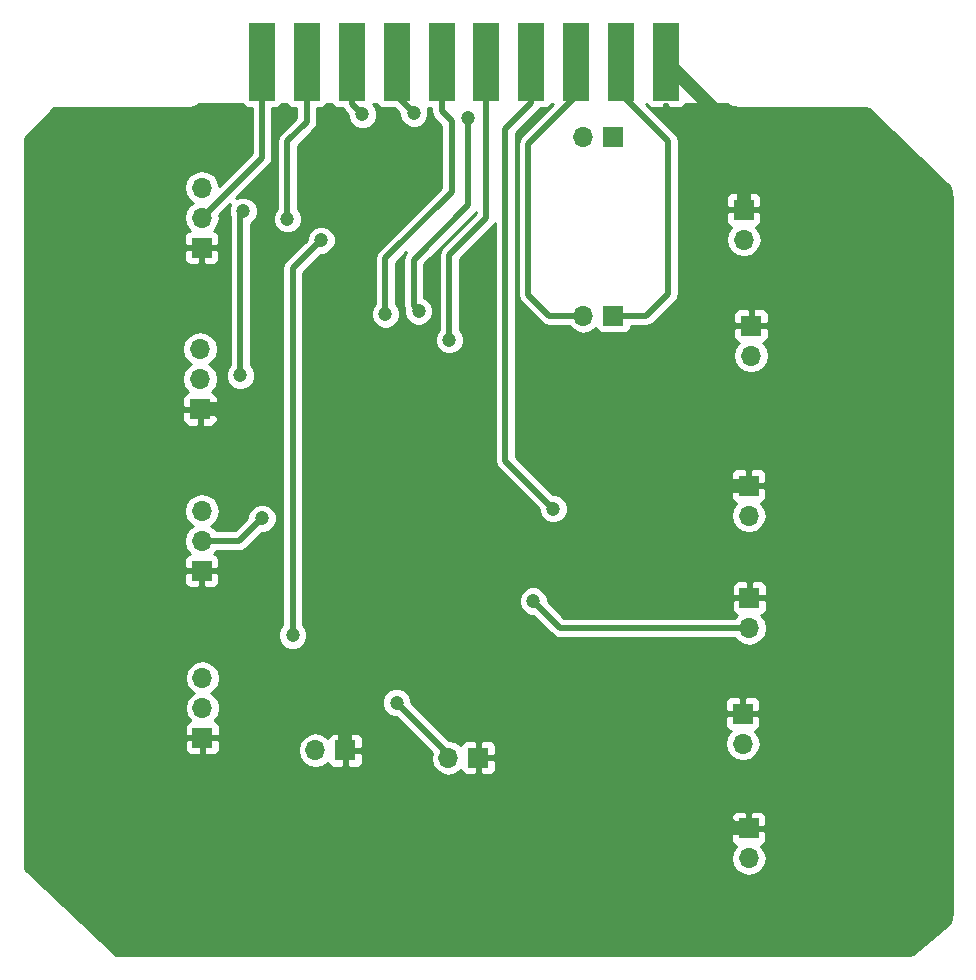
<source format=gbr>
G04 #@! TF.FileFunction,Copper,L2,Bot,Signal*
%FSLAX46Y46*%
G04 Gerber Fmt 4.6, Leading zero omitted, Abs format (unit mm)*
G04 Created by KiCad (PCBNEW 4.0.6) date 06/28/17 12:26:05*
%MOMM*%
%LPD*%
G01*
G04 APERTURE LIST*
%ADD10C,0.100000*%
%ADD11R,2.200000X6.600000*%
%ADD12R,1.700000X1.700000*%
%ADD13O,1.700000X1.700000*%
%ADD14C,1.200000*%
%ADD15C,1.200000*%
%ADD16C,0.500000*%
%ADD17C,0.254000*%
G04 APERTURE END LIST*
D10*
D11*
X135450000Y-91150000D03*
X131650000Y-91150000D03*
X150650000Y-91150000D03*
X146850000Y-91150000D03*
X139250000Y-91150000D03*
X143050000Y-91150000D03*
X158250000Y-91150000D03*
X154450000Y-91150000D03*
X162050000Y-91150000D03*
X165850000Y-91150000D03*
D12*
X138700000Y-149450000D03*
D13*
X136160000Y-149450000D03*
D12*
X173050000Y-113500000D03*
D13*
X173050000Y-116040000D03*
D12*
X161350000Y-97550000D03*
D13*
X158810000Y-97550000D03*
D12*
X161400000Y-112650000D03*
D13*
X158860000Y-112650000D03*
D12*
X172850000Y-127050000D03*
D13*
X172850000Y-129590000D03*
D12*
X172900000Y-136550000D03*
D13*
X172900000Y-139090000D03*
D12*
X172350000Y-146350000D03*
D13*
X172350000Y-148890000D03*
D12*
X172850000Y-156050000D03*
D13*
X172850000Y-158590000D03*
D12*
X149975000Y-150075000D03*
D13*
X147435000Y-150075000D03*
D12*
X126600000Y-148400000D03*
D13*
X126600000Y-145860000D03*
X126600000Y-143320000D03*
D12*
X126550000Y-134250000D03*
D13*
X126550000Y-131710000D03*
X126550000Y-129170000D03*
D12*
X126400000Y-120550000D03*
D13*
X126400000Y-118010000D03*
X126400000Y-115470000D03*
D12*
X126550000Y-106900000D03*
D13*
X126550000Y-104360000D03*
X126550000Y-101820000D03*
D12*
X172425000Y-103675000D03*
D13*
X172425000Y-106215000D03*
D14*
X176450000Y-97650000D03*
X169700000Y-114500000D03*
X168000000Y-124000000D03*
X168600000Y-144000000D03*
X169050000Y-153600000D03*
X153450000Y-146250000D03*
X139200000Y-145950000D03*
X127300000Y-110500000D03*
X129400000Y-122050000D03*
X130800000Y-147500000D03*
X130550000Y-135100000D03*
X156300000Y-129000000D03*
X154600000Y-136800000D03*
X147500000Y-114700000D03*
X149100000Y-95950000D03*
X144900000Y-112250000D03*
X143050000Y-145400000D03*
X142100000Y-112500000D03*
X144500000Y-95500000D03*
X140150000Y-95600000D03*
X136650000Y-106250000D03*
X134250000Y-139700000D03*
X131650000Y-129800000D03*
X133800000Y-104450000D03*
X129800000Y-117700000D03*
X130050000Y-103800000D03*
D15*
X172425000Y-98350000D02*
X175750000Y-98350000D01*
X175750000Y-98350000D02*
X176450000Y-97650000D01*
X172850000Y-127050000D02*
X171050000Y-127050000D01*
X171050000Y-127050000D02*
X168000000Y-124000000D01*
X172850000Y-156050000D02*
X171500000Y-156050000D01*
X171500000Y-156050000D02*
X169050000Y-153600000D01*
X153500000Y-146300000D02*
X153550000Y-146300000D01*
X153450000Y-146250000D02*
X153500000Y-146300000D01*
X138700000Y-149450000D02*
X138700000Y-146450000D01*
X138700000Y-146450000D02*
X139200000Y-145950000D01*
X126400000Y-120550000D02*
X127900000Y-120550000D01*
X127900000Y-120550000D02*
X129400000Y-122050000D01*
X172425000Y-103675000D02*
X172425000Y-98350000D01*
X172425000Y-98350000D02*
X172425000Y-97725000D01*
X172425000Y-97725000D02*
X165850000Y-91150000D01*
D16*
X165850000Y-91150000D02*
X165850000Y-92400000D01*
X158250000Y-91150000D02*
X158250000Y-94050000D01*
X158250000Y-94050000D02*
X154200000Y-98100000D01*
X154200000Y-98100000D02*
X154200000Y-110900000D01*
X154200000Y-110900000D02*
X155950000Y-112650000D01*
X155950000Y-112650000D02*
X158860000Y-112650000D01*
X162050000Y-91150000D02*
X162050000Y-93900000D01*
X162050000Y-93900000D02*
X166050000Y-97900000D01*
X166050000Y-97900000D02*
X166050000Y-110800000D01*
X166050000Y-110800000D02*
X164200000Y-112650000D01*
X164200000Y-112650000D02*
X161400000Y-112650000D01*
X154450000Y-91150000D02*
X154450000Y-94650000D01*
X152250000Y-124950000D02*
X156300000Y-129000000D01*
X152250000Y-96850000D02*
X152250000Y-124950000D01*
X154450000Y-94650000D02*
X152250000Y-96850000D01*
X156890000Y-139090000D02*
X172900000Y-139090000D01*
X154600000Y-136800000D02*
X156890000Y-139090000D01*
X150650000Y-91150000D02*
X150650000Y-104350000D01*
X147500000Y-107500000D02*
X147500000Y-114700000D01*
X150650000Y-104350000D02*
X147500000Y-107500000D01*
X149100000Y-103300000D02*
X149100000Y-95950000D01*
X144500000Y-107900000D02*
X149100000Y-103300000D01*
X144500000Y-111850000D02*
X144500000Y-107900000D01*
X144900000Y-112250000D02*
X144500000Y-111850000D01*
X146850000Y-91150000D02*
X146850000Y-95350000D01*
X143050000Y-145400000D02*
X147435000Y-149785000D01*
X142100000Y-107800000D02*
X142100000Y-112500000D01*
X147700000Y-102200000D02*
X142100000Y-107800000D01*
X147700000Y-96200000D02*
X147700000Y-102200000D01*
X146850000Y-95350000D02*
X147700000Y-96200000D01*
X147435000Y-149785000D02*
X147435000Y-150075000D01*
X143050000Y-91150000D02*
X143050000Y-94050000D01*
X143050000Y-94050000D02*
X144500000Y-95500000D01*
X139250000Y-91150000D02*
X139250000Y-94700000D01*
X139250000Y-94700000D02*
X140150000Y-95600000D01*
X136650000Y-106250000D02*
X134250000Y-108650000D01*
X134250000Y-108650000D02*
X134250000Y-139700000D01*
X135450000Y-91150000D02*
X135450000Y-96250000D01*
X129740000Y-131710000D02*
X126550000Y-131710000D01*
X131650000Y-129800000D02*
X129740000Y-131710000D01*
X133800000Y-97900000D02*
X133800000Y-104450000D01*
X135450000Y-96250000D02*
X133800000Y-97900000D01*
X129800000Y-104050000D02*
X129800000Y-117700000D01*
X130050000Y-103800000D02*
X129800000Y-104050000D01*
X131650000Y-91150000D02*
X131650000Y-99260000D01*
X131650000Y-99260000D02*
X126550000Y-104360000D01*
D17*
G36*
X129956132Y-94699760D02*
X130085910Y-94901441D01*
X130298110Y-95046431D01*
X130550000Y-95097440D01*
X130765000Y-95097440D01*
X130765000Y-98893421D01*
X128026651Y-101631769D01*
X127951054Y-101251715D01*
X127629147Y-100769946D01*
X127147378Y-100448039D01*
X126579093Y-100335000D01*
X126520907Y-100335000D01*
X125952622Y-100448039D01*
X125470853Y-100769946D01*
X125148946Y-101251715D01*
X125035907Y-101820000D01*
X125148946Y-102388285D01*
X125470853Y-102870054D01*
X125800026Y-103090000D01*
X125470853Y-103309946D01*
X125148946Y-103791715D01*
X125035907Y-104360000D01*
X125148946Y-104928285D01*
X125470853Y-105410054D01*
X125514777Y-105439403D01*
X125340302Y-105511673D01*
X125161673Y-105690301D01*
X125065000Y-105923690D01*
X125065000Y-106614250D01*
X125223750Y-106773000D01*
X126423000Y-106773000D01*
X126423000Y-106753000D01*
X126677000Y-106753000D01*
X126677000Y-106773000D01*
X127876250Y-106773000D01*
X128035000Y-106614250D01*
X128035000Y-105923690D01*
X127938327Y-105690301D01*
X127759698Y-105511673D01*
X127585223Y-105439403D01*
X127629147Y-105410054D01*
X127951054Y-104928285D01*
X128064093Y-104360000D01*
X128020539Y-104141041D01*
X128962134Y-103199445D01*
X128815215Y-103553266D01*
X128814786Y-104044579D01*
X128915000Y-104287114D01*
X128915000Y-116838426D01*
X128753629Y-116999515D01*
X128565215Y-117453266D01*
X128564786Y-117944579D01*
X128752408Y-118398657D01*
X129099515Y-118746371D01*
X129553266Y-118934785D01*
X130044579Y-118935214D01*
X130498657Y-118747592D01*
X130846371Y-118400485D01*
X131034785Y-117946734D01*
X131035214Y-117455421D01*
X130847592Y-117001343D01*
X130685000Y-116838467D01*
X130685000Y-104873895D01*
X130748657Y-104847592D01*
X131096371Y-104500485D01*
X131284785Y-104046734D01*
X131285214Y-103555421D01*
X131097592Y-103101343D01*
X130750485Y-102753629D01*
X130296734Y-102565215D01*
X129805421Y-102564786D01*
X129449891Y-102711689D01*
X132275787Y-99885792D01*
X132275790Y-99885790D01*
X132467633Y-99598675D01*
X132504416Y-99413757D01*
X132535001Y-99260000D01*
X132535000Y-99259995D01*
X132535000Y-95097440D01*
X132750000Y-95097440D01*
X132985317Y-95053162D01*
X133201441Y-94914090D01*
X133344499Y-94704717D01*
X133759713Y-94705325D01*
X133885910Y-94901441D01*
X134098110Y-95046431D01*
X134350000Y-95097440D01*
X134565000Y-95097440D01*
X134565000Y-95883421D01*
X133174210Y-97274210D01*
X132982367Y-97561325D01*
X132982367Y-97561326D01*
X132914999Y-97900000D01*
X132915000Y-97900005D01*
X132915000Y-103588426D01*
X132753629Y-103749515D01*
X132565215Y-104203266D01*
X132564786Y-104694579D01*
X132752408Y-105148657D01*
X133099515Y-105496371D01*
X133553266Y-105684785D01*
X134044579Y-105685214D01*
X134498657Y-105497592D01*
X134846371Y-105150485D01*
X135034785Y-104696734D01*
X135035214Y-104205421D01*
X134847592Y-103751343D01*
X134685000Y-103588467D01*
X134685000Y-98266580D01*
X136075787Y-96875792D01*
X136075790Y-96875790D01*
X136267633Y-96588675D01*
X136335000Y-96250000D01*
X136335000Y-95097440D01*
X136550000Y-95097440D01*
X136785317Y-95053162D01*
X137001441Y-94914090D01*
X137140704Y-94710271D01*
X137563294Y-94710890D01*
X137685910Y-94901441D01*
X137898110Y-95046431D01*
X138150000Y-95097440D01*
X138471632Y-95097440D01*
X138575751Y-95253266D01*
X138624210Y-95325790D01*
X138914985Y-95616565D01*
X138914786Y-95844579D01*
X139102408Y-96298657D01*
X139449515Y-96646371D01*
X139903266Y-96834785D01*
X140394579Y-96835214D01*
X140848657Y-96647592D01*
X141196371Y-96300485D01*
X141384785Y-95846734D01*
X141385214Y-95355421D01*
X141197592Y-94901343D01*
X141012509Y-94715936D01*
X141366874Y-94716455D01*
X141485910Y-94901441D01*
X141698110Y-95046431D01*
X141950000Y-95097440D01*
X142845860Y-95097440D01*
X143264985Y-95516565D01*
X143264786Y-95744579D01*
X143452408Y-96198657D01*
X143799515Y-96546371D01*
X144253266Y-96734785D01*
X144744579Y-96735214D01*
X145198657Y-96547592D01*
X145546371Y-96200485D01*
X145734785Y-95746734D01*
X145735214Y-95255421D01*
X145662626Y-95079746D01*
X145750000Y-95097440D01*
X145965000Y-95097440D01*
X145965000Y-95349995D01*
X145964999Y-95350000D01*
X146013211Y-95592371D01*
X146032367Y-95688675D01*
X146147728Y-95861326D01*
X146224210Y-95975790D01*
X146815000Y-96566579D01*
X146815000Y-101833421D01*
X141474210Y-107174210D01*
X141282367Y-107461325D01*
X141277615Y-107485214D01*
X141214999Y-107800000D01*
X141215000Y-107800005D01*
X141215000Y-111638426D01*
X141053629Y-111799515D01*
X140865215Y-112253266D01*
X140864786Y-112744579D01*
X141052408Y-113198657D01*
X141399515Y-113546371D01*
X141853266Y-113734785D01*
X142344579Y-113735214D01*
X142798657Y-113547592D01*
X143146371Y-113200485D01*
X143334785Y-112746734D01*
X143335214Y-112255421D01*
X143147592Y-111801343D01*
X142985000Y-111638467D01*
X142985000Y-108166580D01*
X143867847Y-107283732D01*
X143682367Y-107561325D01*
X143682367Y-107561326D01*
X143614999Y-107900000D01*
X143615000Y-107900005D01*
X143615000Y-111849995D01*
X143614999Y-111850000D01*
X143649653Y-112024211D01*
X143665129Y-112102013D01*
X143664786Y-112494579D01*
X143852408Y-112948657D01*
X144199515Y-113296371D01*
X144653266Y-113484785D01*
X145144579Y-113485214D01*
X145598657Y-113297592D01*
X145946371Y-112950485D01*
X146134785Y-112496734D01*
X146135214Y-112005421D01*
X145947592Y-111551343D01*
X145600485Y-111203629D01*
X145385000Y-111114152D01*
X145385000Y-108266580D01*
X149725787Y-103925792D01*
X149725790Y-103925790D01*
X149765000Y-103867108D01*
X149765000Y-103983421D01*
X146874210Y-106874210D01*
X146682367Y-107161325D01*
X146682367Y-107161326D01*
X146614999Y-107500000D01*
X146615000Y-107500005D01*
X146615000Y-113838426D01*
X146453629Y-113999515D01*
X146265215Y-114453266D01*
X146264786Y-114944579D01*
X146452408Y-115398657D01*
X146799515Y-115746371D01*
X147253266Y-115934785D01*
X147744579Y-115935214D01*
X148198657Y-115747592D01*
X148546371Y-115400485D01*
X148734785Y-114946734D01*
X148735214Y-114455421D01*
X148547592Y-114001343D01*
X148385000Y-113838467D01*
X148385000Y-107866580D01*
X151275787Y-104975792D01*
X151275790Y-104975790D01*
X151365000Y-104842277D01*
X151365000Y-124949995D01*
X151364999Y-124950000D01*
X151421190Y-125232484D01*
X151432367Y-125288675D01*
X151617000Y-125565000D01*
X151624210Y-125575790D01*
X155064985Y-129016564D01*
X155064786Y-129244579D01*
X155252408Y-129698657D01*
X155599515Y-130046371D01*
X156053266Y-130234785D01*
X156544579Y-130235214D01*
X156998657Y-130047592D01*
X157346371Y-129700485D01*
X157392248Y-129590000D01*
X171335907Y-129590000D01*
X171448946Y-130158285D01*
X171770853Y-130640054D01*
X172252622Y-130961961D01*
X172820907Y-131075000D01*
X172879093Y-131075000D01*
X173447378Y-130961961D01*
X173929147Y-130640054D01*
X174251054Y-130158285D01*
X174364093Y-129590000D01*
X174251054Y-129021715D01*
X173929147Y-128539946D01*
X173885223Y-128510597D01*
X174059698Y-128438327D01*
X174238327Y-128259699D01*
X174335000Y-128026310D01*
X174335000Y-127335750D01*
X174176250Y-127177000D01*
X172977000Y-127177000D01*
X172977000Y-127197000D01*
X172723000Y-127197000D01*
X172723000Y-127177000D01*
X171523750Y-127177000D01*
X171365000Y-127335750D01*
X171365000Y-128026310D01*
X171461673Y-128259699D01*
X171640302Y-128438327D01*
X171814777Y-128510597D01*
X171770853Y-128539946D01*
X171448946Y-129021715D01*
X171335907Y-129590000D01*
X157392248Y-129590000D01*
X157534785Y-129246734D01*
X157535214Y-128755421D01*
X157347592Y-128301343D01*
X157000485Y-127953629D01*
X156546734Y-127765215D01*
X156316593Y-127765014D01*
X154625270Y-126073690D01*
X171365000Y-126073690D01*
X171365000Y-126764250D01*
X171523750Y-126923000D01*
X172723000Y-126923000D01*
X172723000Y-125723750D01*
X172977000Y-125723750D01*
X172977000Y-126923000D01*
X174176250Y-126923000D01*
X174335000Y-126764250D01*
X174335000Y-126073690D01*
X174238327Y-125840301D01*
X174059698Y-125661673D01*
X173826309Y-125565000D01*
X173135750Y-125565000D01*
X172977000Y-125723750D01*
X172723000Y-125723750D01*
X172564250Y-125565000D01*
X171873691Y-125565000D01*
X171640302Y-125661673D01*
X171461673Y-125840301D01*
X171365000Y-126073690D01*
X154625270Y-126073690D01*
X153135000Y-124583420D01*
X153135000Y-116040000D01*
X171535907Y-116040000D01*
X171648946Y-116608285D01*
X171970853Y-117090054D01*
X172452622Y-117411961D01*
X173020907Y-117525000D01*
X173079093Y-117525000D01*
X173647378Y-117411961D01*
X174129147Y-117090054D01*
X174451054Y-116608285D01*
X174564093Y-116040000D01*
X174451054Y-115471715D01*
X174129147Y-114989946D01*
X174085223Y-114960597D01*
X174259698Y-114888327D01*
X174438327Y-114709699D01*
X174535000Y-114476310D01*
X174535000Y-113785750D01*
X174376250Y-113627000D01*
X173177000Y-113627000D01*
X173177000Y-113647000D01*
X172923000Y-113647000D01*
X172923000Y-113627000D01*
X171723750Y-113627000D01*
X171565000Y-113785750D01*
X171565000Y-114476310D01*
X171661673Y-114709699D01*
X171840302Y-114888327D01*
X172014777Y-114960597D01*
X171970853Y-114989946D01*
X171648946Y-115471715D01*
X171535907Y-116040000D01*
X153135000Y-116040000D01*
X153135000Y-97216580D01*
X155075787Y-95275792D01*
X155075790Y-95275790D01*
X155194959Y-95097440D01*
X155550000Y-95097440D01*
X155785317Y-95053162D01*
X156001441Y-94914090D01*
X156121730Y-94738042D01*
X156310104Y-94738317D01*
X153574210Y-97474210D01*
X153382367Y-97761325D01*
X153382367Y-97761326D01*
X153314999Y-98100000D01*
X153315000Y-98100005D01*
X153315000Y-110899995D01*
X153314999Y-110900000D01*
X153371190Y-111182484D01*
X153382367Y-111238675D01*
X153447337Y-111335910D01*
X153574210Y-111525790D01*
X155324208Y-113275787D01*
X155324210Y-113275790D01*
X155611325Y-113467633D01*
X155667516Y-113478810D01*
X155950000Y-113535001D01*
X155950005Y-113535000D01*
X157680221Y-113535000D01*
X157809946Y-113729147D01*
X158291715Y-114051054D01*
X158860000Y-114164093D01*
X159428285Y-114051054D01*
X159910054Y-113729147D01*
X159937850Y-113687548D01*
X159946838Y-113735317D01*
X160085910Y-113951441D01*
X160298110Y-114096431D01*
X160550000Y-114147440D01*
X162250000Y-114147440D01*
X162485317Y-114103162D01*
X162701441Y-113964090D01*
X162846431Y-113751890D01*
X162890352Y-113535000D01*
X164199995Y-113535000D01*
X164200000Y-113535001D01*
X164482484Y-113478810D01*
X164538675Y-113467633D01*
X164825790Y-113275790D01*
X165577889Y-112523690D01*
X171565000Y-112523690D01*
X171565000Y-113214250D01*
X171723750Y-113373000D01*
X172923000Y-113373000D01*
X172923000Y-112173750D01*
X173177000Y-112173750D01*
X173177000Y-113373000D01*
X174376250Y-113373000D01*
X174535000Y-113214250D01*
X174535000Y-112523690D01*
X174438327Y-112290301D01*
X174259698Y-112111673D01*
X174026309Y-112015000D01*
X173335750Y-112015000D01*
X173177000Y-112173750D01*
X172923000Y-112173750D01*
X172764250Y-112015000D01*
X172073691Y-112015000D01*
X171840302Y-112111673D01*
X171661673Y-112290301D01*
X171565000Y-112523690D01*
X165577889Y-112523690D01*
X166675787Y-111425792D01*
X166675790Y-111425790D01*
X166867633Y-111138675D01*
X166892191Y-111015215D01*
X166935001Y-110800000D01*
X166935000Y-110799995D01*
X166935000Y-106215000D01*
X170910907Y-106215000D01*
X171023946Y-106783285D01*
X171345853Y-107265054D01*
X171827622Y-107586961D01*
X172395907Y-107700000D01*
X172454093Y-107700000D01*
X173022378Y-107586961D01*
X173504147Y-107265054D01*
X173826054Y-106783285D01*
X173939093Y-106215000D01*
X173826054Y-105646715D01*
X173504147Y-105164946D01*
X173460223Y-105135597D01*
X173634698Y-105063327D01*
X173813327Y-104884699D01*
X173910000Y-104651310D01*
X173910000Y-103960750D01*
X173751250Y-103802000D01*
X172552000Y-103802000D01*
X172552000Y-103822000D01*
X172298000Y-103822000D01*
X172298000Y-103802000D01*
X171098750Y-103802000D01*
X170940000Y-103960750D01*
X170940000Y-104651310D01*
X171036673Y-104884699D01*
X171215302Y-105063327D01*
X171389777Y-105135597D01*
X171345853Y-105164946D01*
X171023946Y-105646715D01*
X170910907Y-106215000D01*
X166935000Y-106215000D01*
X166935000Y-102698690D01*
X170940000Y-102698690D01*
X170940000Y-103389250D01*
X171098750Y-103548000D01*
X172298000Y-103548000D01*
X172298000Y-102348750D01*
X172552000Y-102348750D01*
X172552000Y-103548000D01*
X173751250Y-103548000D01*
X173910000Y-103389250D01*
X173910000Y-102698690D01*
X173813327Y-102465301D01*
X173634698Y-102286673D01*
X173401309Y-102190000D01*
X172710750Y-102190000D01*
X172552000Y-102348750D01*
X172298000Y-102348750D01*
X172139250Y-102190000D01*
X171448691Y-102190000D01*
X171215302Y-102286673D01*
X171036673Y-102465301D01*
X170940000Y-102698690D01*
X166935000Y-102698690D01*
X166935000Y-97900005D01*
X166935001Y-97900000D01*
X166867633Y-97561325D01*
X166826657Y-97500000D01*
X166675790Y-97274210D01*
X166675787Y-97274208D01*
X164151370Y-94749790D01*
X164186879Y-94749842D01*
X164211673Y-94809699D01*
X164390302Y-94988327D01*
X164623691Y-95085000D01*
X165564250Y-95085000D01*
X165723000Y-94926250D01*
X165723000Y-94752089D01*
X165977000Y-94752461D01*
X165977000Y-94926250D01*
X166135750Y-95085000D01*
X167076309Y-95085000D01*
X167309698Y-94988327D01*
X167488327Y-94809699D01*
X167511106Y-94754705D01*
X171033150Y-94759858D01*
X171296882Y-94908169D01*
X171296883Y-94908169D01*
X171296884Y-94908170D01*
X171560201Y-94994242D01*
X172065303Y-95054930D01*
X172108000Y-95051646D01*
X172150000Y-95060000D01*
X182771212Y-95060000D01*
X183054383Y-95123631D01*
X189876125Y-101765853D01*
X190040000Y-102711089D01*
X190040000Y-163180069D01*
X189858948Y-164090278D01*
X186802152Y-166715988D01*
X186430069Y-166790000D01*
X119307211Y-166790000D01*
X111608164Y-159503403D01*
X111560000Y-159275722D01*
X111560000Y-158590000D01*
X171335907Y-158590000D01*
X171448946Y-159158285D01*
X171770853Y-159640054D01*
X172252622Y-159961961D01*
X172820907Y-160075000D01*
X172879093Y-160075000D01*
X173447378Y-159961961D01*
X173929147Y-159640054D01*
X174251054Y-159158285D01*
X174364093Y-158590000D01*
X174251054Y-158021715D01*
X173929147Y-157539946D01*
X173885223Y-157510597D01*
X174059698Y-157438327D01*
X174238327Y-157259699D01*
X174335000Y-157026310D01*
X174335000Y-156335750D01*
X174176250Y-156177000D01*
X172977000Y-156177000D01*
X172977000Y-156197000D01*
X172723000Y-156197000D01*
X172723000Y-156177000D01*
X171523750Y-156177000D01*
X171365000Y-156335750D01*
X171365000Y-157026310D01*
X171461673Y-157259699D01*
X171640302Y-157438327D01*
X171814777Y-157510597D01*
X171770853Y-157539946D01*
X171448946Y-158021715D01*
X171335907Y-158590000D01*
X111560000Y-158590000D01*
X111560000Y-155073690D01*
X171365000Y-155073690D01*
X171365000Y-155764250D01*
X171523750Y-155923000D01*
X172723000Y-155923000D01*
X172723000Y-154723750D01*
X172977000Y-154723750D01*
X172977000Y-155923000D01*
X174176250Y-155923000D01*
X174335000Y-155764250D01*
X174335000Y-155073690D01*
X174238327Y-154840301D01*
X174059698Y-154661673D01*
X173826309Y-154565000D01*
X173135750Y-154565000D01*
X172977000Y-154723750D01*
X172723000Y-154723750D01*
X172564250Y-154565000D01*
X171873691Y-154565000D01*
X171640302Y-154661673D01*
X171461673Y-154840301D01*
X171365000Y-155073690D01*
X111560000Y-155073690D01*
X111560000Y-148685750D01*
X125115000Y-148685750D01*
X125115000Y-149376310D01*
X125211673Y-149609699D01*
X125390302Y-149788327D01*
X125623691Y-149885000D01*
X126314250Y-149885000D01*
X126473000Y-149726250D01*
X126473000Y-148527000D01*
X126727000Y-148527000D01*
X126727000Y-149726250D01*
X126885750Y-149885000D01*
X127576309Y-149885000D01*
X127809698Y-149788327D01*
X127988327Y-149609699D01*
X128066527Y-149420907D01*
X134675000Y-149420907D01*
X134675000Y-149479093D01*
X134788039Y-150047378D01*
X135109946Y-150529147D01*
X135591715Y-150851054D01*
X136160000Y-150964093D01*
X136728285Y-150851054D01*
X137210054Y-150529147D01*
X137239403Y-150485223D01*
X137311673Y-150659698D01*
X137490301Y-150838327D01*
X137723690Y-150935000D01*
X138414250Y-150935000D01*
X138573000Y-150776250D01*
X138573000Y-149577000D01*
X138827000Y-149577000D01*
X138827000Y-150776250D01*
X138985750Y-150935000D01*
X139676310Y-150935000D01*
X139909699Y-150838327D01*
X140088327Y-150659698D01*
X140185000Y-150426309D01*
X140185000Y-149735750D01*
X140026250Y-149577000D01*
X138827000Y-149577000D01*
X138573000Y-149577000D01*
X138553000Y-149577000D01*
X138553000Y-149323000D01*
X138573000Y-149323000D01*
X138573000Y-148123750D01*
X138827000Y-148123750D01*
X138827000Y-149323000D01*
X140026250Y-149323000D01*
X140185000Y-149164250D01*
X140185000Y-148473691D01*
X140088327Y-148240302D01*
X139909699Y-148061673D01*
X139676310Y-147965000D01*
X138985750Y-147965000D01*
X138827000Y-148123750D01*
X138573000Y-148123750D01*
X138414250Y-147965000D01*
X137723690Y-147965000D01*
X137490301Y-148061673D01*
X137311673Y-148240302D01*
X137239403Y-148414777D01*
X137210054Y-148370853D01*
X136728285Y-148048946D01*
X136160000Y-147935907D01*
X135591715Y-148048946D01*
X135109946Y-148370853D01*
X134788039Y-148852622D01*
X134675000Y-149420907D01*
X128066527Y-149420907D01*
X128085000Y-149376310D01*
X128085000Y-148685750D01*
X127926250Y-148527000D01*
X126727000Y-148527000D01*
X126473000Y-148527000D01*
X125273750Y-148527000D01*
X125115000Y-148685750D01*
X111560000Y-148685750D01*
X111560000Y-143320000D01*
X125085907Y-143320000D01*
X125198946Y-143888285D01*
X125520853Y-144370054D01*
X125850026Y-144590000D01*
X125520853Y-144809946D01*
X125198946Y-145291715D01*
X125085907Y-145860000D01*
X125198946Y-146428285D01*
X125520853Y-146910054D01*
X125564777Y-146939403D01*
X125390302Y-147011673D01*
X125211673Y-147190301D01*
X125115000Y-147423690D01*
X125115000Y-148114250D01*
X125273750Y-148273000D01*
X126473000Y-148273000D01*
X126473000Y-148253000D01*
X126727000Y-148253000D01*
X126727000Y-148273000D01*
X127926250Y-148273000D01*
X128085000Y-148114250D01*
X128085000Y-147423690D01*
X127988327Y-147190301D01*
X127809698Y-147011673D01*
X127635223Y-146939403D01*
X127679147Y-146910054D01*
X128001054Y-146428285D01*
X128114093Y-145860000D01*
X128071244Y-145644579D01*
X141814786Y-145644579D01*
X142002408Y-146098657D01*
X142349515Y-146446371D01*
X142803266Y-146634785D01*
X143033406Y-146634986D01*
X146032014Y-149633593D01*
X145950000Y-150045907D01*
X145950000Y-150104093D01*
X146063039Y-150672378D01*
X146384946Y-151154147D01*
X146866715Y-151476054D01*
X147435000Y-151589093D01*
X148003285Y-151476054D01*
X148485054Y-151154147D01*
X148514403Y-151110223D01*
X148586673Y-151284698D01*
X148765301Y-151463327D01*
X148998690Y-151560000D01*
X149689250Y-151560000D01*
X149848000Y-151401250D01*
X149848000Y-150202000D01*
X150102000Y-150202000D01*
X150102000Y-151401250D01*
X150260750Y-151560000D01*
X150951310Y-151560000D01*
X151184699Y-151463327D01*
X151363327Y-151284698D01*
X151460000Y-151051309D01*
X151460000Y-150360750D01*
X151301250Y-150202000D01*
X150102000Y-150202000D01*
X149848000Y-150202000D01*
X149828000Y-150202000D01*
X149828000Y-149948000D01*
X149848000Y-149948000D01*
X149848000Y-148748750D01*
X150102000Y-148748750D01*
X150102000Y-149948000D01*
X151301250Y-149948000D01*
X151460000Y-149789250D01*
X151460000Y-149098691D01*
X151373558Y-148890000D01*
X170835907Y-148890000D01*
X170948946Y-149458285D01*
X171270853Y-149940054D01*
X171752622Y-150261961D01*
X172320907Y-150375000D01*
X172379093Y-150375000D01*
X172947378Y-150261961D01*
X173429147Y-149940054D01*
X173751054Y-149458285D01*
X173864093Y-148890000D01*
X173751054Y-148321715D01*
X173429147Y-147839946D01*
X173385223Y-147810597D01*
X173559698Y-147738327D01*
X173738327Y-147559699D01*
X173835000Y-147326310D01*
X173835000Y-146635750D01*
X173676250Y-146477000D01*
X172477000Y-146477000D01*
X172477000Y-146497000D01*
X172223000Y-146497000D01*
X172223000Y-146477000D01*
X171023750Y-146477000D01*
X170865000Y-146635750D01*
X170865000Y-147326310D01*
X170961673Y-147559699D01*
X171140302Y-147738327D01*
X171314777Y-147810597D01*
X171270853Y-147839946D01*
X170948946Y-148321715D01*
X170835907Y-148890000D01*
X151373558Y-148890000D01*
X151363327Y-148865302D01*
X151184699Y-148686673D01*
X150951310Y-148590000D01*
X150260750Y-148590000D01*
X150102000Y-148748750D01*
X149848000Y-148748750D01*
X149689250Y-148590000D01*
X148998690Y-148590000D01*
X148765301Y-148686673D01*
X148586673Y-148865302D01*
X148514403Y-149039777D01*
X148485054Y-148995853D01*
X148003285Y-148673946D01*
X147469311Y-148567732D01*
X144285015Y-145383435D01*
X144285023Y-145373690D01*
X170865000Y-145373690D01*
X170865000Y-146064250D01*
X171023750Y-146223000D01*
X172223000Y-146223000D01*
X172223000Y-145023750D01*
X172477000Y-145023750D01*
X172477000Y-146223000D01*
X173676250Y-146223000D01*
X173835000Y-146064250D01*
X173835000Y-145373690D01*
X173738327Y-145140301D01*
X173559698Y-144961673D01*
X173326309Y-144865000D01*
X172635750Y-144865000D01*
X172477000Y-145023750D01*
X172223000Y-145023750D01*
X172064250Y-144865000D01*
X171373691Y-144865000D01*
X171140302Y-144961673D01*
X170961673Y-145140301D01*
X170865000Y-145373690D01*
X144285023Y-145373690D01*
X144285214Y-145155421D01*
X144097592Y-144701343D01*
X143750485Y-144353629D01*
X143296734Y-144165215D01*
X142805421Y-144164786D01*
X142351343Y-144352408D01*
X142003629Y-144699515D01*
X141815215Y-145153266D01*
X141814786Y-145644579D01*
X128071244Y-145644579D01*
X128001054Y-145291715D01*
X127679147Y-144809946D01*
X127349974Y-144590000D01*
X127679147Y-144370054D01*
X128001054Y-143888285D01*
X128114093Y-143320000D01*
X128001054Y-142751715D01*
X127679147Y-142269946D01*
X127197378Y-141948039D01*
X126629093Y-141835000D01*
X126570907Y-141835000D01*
X126002622Y-141948039D01*
X125520853Y-142269946D01*
X125198946Y-142751715D01*
X125085907Y-143320000D01*
X111560000Y-143320000D01*
X111560000Y-139944579D01*
X133014786Y-139944579D01*
X133202408Y-140398657D01*
X133549515Y-140746371D01*
X134003266Y-140934785D01*
X134494579Y-140935214D01*
X134948657Y-140747592D01*
X135296371Y-140400485D01*
X135484785Y-139946734D01*
X135485214Y-139455421D01*
X135297592Y-139001343D01*
X135135000Y-138838467D01*
X135135000Y-137044579D01*
X153364786Y-137044579D01*
X153552408Y-137498657D01*
X153899515Y-137846371D01*
X154353266Y-138034785D01*
X154583406Y-138034986D01*
X156264208Y-139715787D01*
X156264210Y-139715790D01*
X156551325Y-139907633D01*
X156607516Y-139918810D01*
X156890000Y-139975001D01*
X156890005Y-139975000D01*
X171710568Y-139975000D01*
X171820853Y-140140054D01*
X172302622Y-140461961D01*
X172870907Y-140575000D01*
X172929093Y-140575000D01*
X173497378Y-140461961D01*
X173979147Y-140140054D01*
X174301054Y-139658285D01*
X174414093Y-139090000D01*
X174301054Y-138521715D01*
X173979147Y-138039946D01*
X173935223Y-138010597D01*
X174109698Y-137938327D01*
X174288327Y-137759699D01*
X174385000Y-137526310D01*
X174385000Y-136835750D01*
X174226250Y-136677000D01*
X173027000Y-136677000D01*
X173027000Y-136697000D01*
X172773000Y-136697000D01*
X172773000Y-136677000D01*
X171573750Y-136677000D01*
X171415000Y-136835750D01*
X171415000Y-137526310D01*
X171511673Y-137759699D01*
X171690302Y-137938327D01*
X171864777Y-138010597D01*
X171820853Y-138039946D01*
X171710568Y-138205000D01*
X157256579Y-138205000D01*
X155835015Y-136783435D01*
X155835214Y-136555421D01*
X155647592Y-136101343D01*
X155300485Y-135753629D01*
X154867145Y-135573690D01*
X171415000Y-135573690D01*
X171415000Y-136264250D01*
X171573750Y-136423000D01*
X172773000Y-136423000D01*
X172773000Y-135223750D01*
X173027000Y-135223750D01*
X173027000Y-136423000D01*
X174226250Y-136423000D01*
X174385000Y-136264250D01*
X174385000Y-135573690D01*
X174288327Y-135340301D01*
X174109698Y-135161673D01*
X173876309Y-135065000D01*
X173185750Y-135065000D01*
X173027000Y-135223750D01*
X172773000Y-135223750D01*
X172614250Y-135065000D01*
X171923691Y-135065000D01*
X171690302Y-135161673D01*
X171511673Y-135340301D01*
X171415000Y-135573690D01*
X154867145Y-135573690D01*
X154846734Y-135565215D01*
X154355421Y-135564786D01*
X153901343Y-135752408D01*
X153553629Y-136099515D01*
X153365215Y-136553266D01*
X153364786Y-137044579D01*
X135135000Y-137044579D01*
X135135000Y-109016580D01*
X136666564Y-107485015D01*
X136894579Y-107485214D01*
X137348657Y-107297592D01*
X137696371Y-106950485D01*
X137884785Y-106496734D01*
X137885214Y-106005421D01*
X137697592Y-105551343D01*
X137350485Y-105203629D01*
X136896734Y-105015215D01*
X136405421Y-105014786D01*
X135951343Y-105202408D01*
X135603629Y-105549515D01*
X135415215Y-106003266D01*
X135415014Y-106233407D01*
X133624210Y-108024210D01*
X133432367Y-108311325D01*
X133432367Y-108311326D01*
X133364999Y-108650000D01*
X133365000Y-108650005D01*
X133365000Y-138838426D01*
X133203629Y-138999515D01*
X133015215Y-139453266D01*
X133014786Y-139944579D01*
X111560000Y-139944579D01*
X111560000Y-134535750D01*
X125065000Y-134535750D01*
X125065000Y-135226310D01*
X125161673Y-135459699D01*
X125340302Y-135638327D01*
X125573691Y-135735000D01*
X126264250Y-135735000D01*
X126423000Y-135576250D01*
X126423000Y-134377000D01*
X126677000Y-134377000D01*
X126677000Y-135576250D01*
X126835750Y-135735000D01*
X127526309Y-135735000D01*
X127759698Y-135638327D01*
X127938327Y-135459699D01*
X128035000Y-135226310D01*
X128035000Y-134535750D01*
X127876250Y-134377000D01*
X126677000Y-134377000D01*
X126423000Y-134377000D01*
X125223750Y-134377000D01*
X125065000Y-134535750D01*
X111560000Y-134535750D01*
X111560000Y-129170000D01*
X125035907Y-129170000D01*
X125148946Y-129738285D01*
X125470853Y-130220054D01*
X125800026Y-130440000D01*
X125470853Y-130659946D01*
X125148946Y-131141715D01*
X125035907Y-131710000D01*
X125148946Y-132278285D01*
X125470853Y-132760054D01*
X125514777Y-132789403D01*
X125340302Y-132861673D01*
X125161673Y-133040301D01*
X125065000Y-133273690D01*
X125065000Y-133964250D01*
X125223750Y-134123000D01*
X126423000Y-134123000D01*
X126423000Y-134103000D01*
X126677000Y-134103000D01*
X126677000Y-134123000D01*
X127876250Y-134123000D01*
X128035000Y-133964250D01*
X128035000Y-133273690D01*
X127938327Y-133040301D01*
X127759698Y-132861673D01*
X127585223Y-132789403D01*
X127629147Y-132760054D01*
X127739432Y-132595000D01*
X129739995Y-132595000D01*
X129740000Y-132595001D01*
X130022484Y-132538810D01*
X130078675Y-132527633D01*
X130365790Y-132335790D01*
X131666564Y-131035015D01*
X131894579Y-131035214D01*
X132348657Y-130847592D01*
X132696371Y-130500485D01*
X132884785Y-130046734D01*
X132885214Y-129555421D01*
X132697592Y-129101343D01*
X132350485Y-128753629D01*
X131896734Y-128565215D01*
X131405421Y-128564786D01*
X130951343Y-128752408D01*
X130603629Y-129099515D01*
X130415215Y-129553266D01*
X130415014Y-129783407D01*
X129373420Y-130825000D01*
X127739432Y-130825000D01*
X127629147Y-130659946D01*
X127299974Y-130440000D01*
X127629147Y-130220054D01*
X127951054Y-129738285D01*
X128064093Y-129170000D01*
X127951054Y-128601715D01*
X127629147Y-128119946D01*
X127147378Y-127798039D01*
X126579093Y-127685000D01*
X126520907Y-127685000D01*
X125952622Y-127798039D01*
X125470853Y-128119946D01*
X125148946Y-128601715D01*
X125035907Y-129170000D01*
X111560000Y-129170000D01*
X111560000Y-120835750D01*
X124915000Y-120835750D01*
X124915000Y-121526310D01*
X125011673Y-121759699D01*
X125190302Y-121938327D01*
X125423691Y-122035000D01*
X126114250Y-122035000D01*
X126273000Y-121876250D01*
X126273000Y-120677000D01*
X126527000Y-120677000D01*
X126527000Y-121876250D01*
X126685750Y-122035000D01*
X127376309Y-122035000D01*
X127609698Y-121938327D01*
X127788327Y-121759699D01*
X127885000Y-121526310D01*
X127885000Y-120835750D01*
X127726250Y-120677000D01*
X126527000Y-120677000D01*
X126273000Y-120677000D01*
X125073750Y-120677000D01*
X124915000Y-120835750D01*
X111560000Y-120835750D01*
X111560000Y-115470000D01*
X124885907Y-115470000D01*
X124998946Y-116038285D01*
X125320853Y-116520054D01*
X125650026Y-116740000D01*
X125320853Y-116959946D01*
X124998946Y-117441715D01*
X124885907Y-118010000D01*
X124998946Y-118578285D01*
X125320853Y-119060054D01*
X125364777Y-119089403D01*
X125190302Y-119161673D01*
X125011673Y-119340301D01*
X124915000Y-119573690D01*
X124915000Y-120264250D01*
X125073750Y-120423000D01*
X126273000Y-120423000D01*
X126273000Y-120403000D01*
X126527000Y-120403000D01*
X126527000Y-120423000D01*
X127726250Y-120423000D01*
X127885000Y-120264250D01*
X127885000Y-119573690D01*
X127788327Y-119340301D01*
X127609698Y-119161673D01*
X127435223Y-119089403D01*
X127479147Y-119060054D01*
X127801054Y-118578285D01*
X127914093Y-118010000D01*
X127801054Y-117441715D01*
X127479147Y-116959946D01*
X127149974Y-116740000D01*
X127479147Y-116520054D01*
X127801054Y-116038285D01*
X127914093Y-115470000D01*
X127801054Y-114901715D01*
X127479147Y-114419946D01*
X126997378Y-114098039D01*
X126429093Y-113985000D01*
X126370907Y-113985000D01*
X125802622Y-114098039D01*
X125320853Y-114419946D01*
X124998946Y-114901715D01*
X124885907Y-115470000D01*
X111560000Y-115470000D01*
X111560000Y-107185750D01*
X125065000Y-107185750D01*
X125065000Y-107876310D01*
X125161673Y-108109699D01*
X125340302Y-108288327D01*
X125573691Y-108385000D01*
X126264250Y-108385000D01*
X126423000Y-108226250D01*
X126423000Y-107027000D01*
X126677000Y-107027000D01*
X126677000Y-108226250D01*
X126835750Y-108385000D01*
X127526309Y-108385000D01*
X127759698Y-108288327D01*
X127938327Y-108109699D01*
X128035000Y-107876310D01*
X128035000Y-107185750D01*
X127876250Y-107027000D01*
X126677000Y-107027000D01*
X126423000Y-107027000D01*
X125223750Y-107027000D01*
X125065000Y-107185750D01*
X111560000Y-107185750D01*
X111560000Y-97612696D01*
X114049560Y-95086525D01*
X114208746Y-95060000D01*
X125350000Y-95060000D01*
X125441472Y-95041805D01*
X125534528Y-95035601D01*
X126100941Y-94883152D01*
X126100942Y-94883152D01*
X126349264Y-94760348D01*
X126434740Y-94694608D01*
X129956132Y-94699760D01*
X129956132Y-94699760D01*
G37*
X129956132Y-94699760D02*
X130085910Y-94901441D01*
X130298110Y-95046431D01*
X130550000Y-95097440D01*
X130765000Y-95097440D01*
X130765000Y-98893421D01*
X128026651Y-101631769D01*
X127951054Y-101251715D01*
X127629147Y-100769946D01*
X127147378Y-100448039D01*
X126579093Y-100335000D01*
X126520907Y-100335000D01*
X125952622Y-100448039D01*
X125470853Y-100769946D01*
X125148946Y-101251715D01*
X125035907Y-101820000D01*
X125148946Y-102388285D01*
X125470853Y-102870054D01*
X125800026Y-103090000D01*
X125470853Y-103309946D01*
X125148946Y-103791715D01*
X125035907Y-104360000D01*
X125148946Y-104928285D01*
X125470853Y-105410054D01*
X125514777Y-105439403D01*
X125340302Y-105511673D01*
X125161673Y-105690301D01*
X125065000Y-105923690D01*
X125065000Y-106614250D01*
X125223750Y-106773000D01*
X126423000Y-106773000D01*
X126423000Y-106753000D01*
X126677000Y-106753000D01*
X126677000Y-106773000D01*
X127876250Y-106773000D01*
X128035000Y-106614250D01*
X128035000Y-105923690D01*
X127938327Y-105690301D01*
X127759698Y-105511673D01*
X127585223Y-105439403D01*
X127629147Y-105410054D01*
X127951054Y-104928285D01*
X128064093Y-104360000D01*
X128020539Y-104141041D01*
X128962134Y-103199445D01*
X128815215Y-103553266D01*
X128814786Y-104044579D01*
X128915000Y-104287114D01*
X128915000Y-116838426D01*
X128753629Y-116999515D01*
X128565215Y-117453266D01*
X128564786Y-117944579D01*
X128752408Y-118398657D01*
X129099515Y-118746371D01*
X129553266Y-118934785D01*
X130044579Y-118935214D01*
X130498657Y-118747592D01*
X130846371Y-118400485D01*
X131034785Y-117946734D01*
X131035214Y-117455421D01*
X130847592Y-117001343D01*
X130685000Y-116838467D01*
X130685000Y-104873895D01*
X130748657Y-104847592D01*
X131096371Y-104500485D01*
X131284785Y-104046734D01*
X131285214Y-103555421D01*
X131097592Y-103101343D01*
X130750485Y-102753629D01*
X130296734Y-102565215D01*
X129805421Y-102564786D01*
X129449891Y-102711689D01*
X132275787Y-99885792D01*
X132275790Y-99885790D01*
X132467633Y-99598675D01*
X132504416Y-99413757D01*
X132535001Y-99260000D01*
X132535000Y-99259995D01*
X132535000Y-95097440D01*
X132750000Y-95097440D01*
X132985317Y-95053162D01*
X133201441Y-94914090D01*
X133344499Y-94704717D01*
X133759713Y-94705325D01*
X133885910Y-94901441D01*
X134098110Y-95046431D01*
X134350000Y-95097440D01*
X134565000Y-95097440D01*
X134565000Y-95883421D01*
X133174210Y-97274210D01*
X132982367Y-97561325D01*
X132982367Y-97561326D01*
X132914999Y-97900000D01*
X132915000Y-97900005D01*
X132915000Y-103588426D01*
X132753629Y-103749515D01*
X132565215Y-104203266D01*
X132564786Y-104694579D01*
X132752408Y-105148657D01*
X133099515Y-105496371D01*
X133553266Y-105684785D01*
X134044579Y-105685214D01*
X134498657Y-105497592D01*
X134846371Y-105150485D01*
X135034785Y-104696734D01*
X135035214Y-104205421D01*
X134847592Y-103751343D01*
X134685000Y-103588467D01*
X134685000Y-98266580D01*
X136075787Y-96875792D01*
X136075790Y-96875790D01*
X136267633Y-96588675D01*
X136335000Y-96250000D01*
X136335000Y-95097440D01*
X136550000Y-95097440D01*
X136785317Y-95053162D01*
X137001441Y-94914090D01*
X137140704Y-94710271D01*
X137563294Y-94710890D01*
X137685910Y-94901441D01*
X137898110Y-95046431D01*
X138150000Y-95097440D01*
X138471632Y-95097440D01*
X138575751Y-95253266D01*
X138624210Y-95325790D01*
X138914985Y-95616565D01*
X138914786Y-95844579D01*
X139102408Y-96298657D01*
X139449515Y-96646371D01*
X139903266Y-96834785D01*
X140394579Y-96835214D01*
X140848657Y-96647592D01*
X141196371Y-96300485D01*
X141384785Y-95846734D01*
X141385214Y-95355421D01*
X141197592Y-94901343D01*
X141012509Y-94715936D01*
X141366874Y-94716455D01*
X141485910Y-94901441D01*
X141698110Y-95046431D01*
X141950000Y-95097440D01*
X142845860Y-95097440D01*
X143264985Y-95516565D01*
X143264786Y-95744579D01*
X143452408Y-96198657D01*
X143799515Y-96546371D01*
X144253266Y-96734785D01*
X144744579Y-96735214D01*
X145198657Y-96547592D01*
X145546371Y-96200485D01*
X145734785Y-95746734D01*
X145735214Y-95255421D01*
X145662626Y-95079746D01*
X145750000Y-95097440D01*
X145965000Y-95097440D01*
X145965000Y-95349995D01*
X145964999Y-95350000D01*
X146013211Y-95592371D01*
X146032367Y-95688675D01*
X146147728Y-95861326D01*
X146224210Y-95975790D01*
X146815000Y-96566579D01*
X146815000Y-101833421D01*
X141474210Y-107174210D01*
X141282367Y-107461325D01*
X141277615Y-107485214D01*
X141214999Y-107800000D01*
X141215000Y-107800005D01*
X141215000Y-111638426D01*
X141053629Y-111799515D01*
X140865215Y-112253266D01*
X140864786Y-112744579D01*
X141052408Y-113198657D01*
X141399515Y-113546371D01*
X141853266Y-113734785D01*
X142344579Y-113735214D01*
X142798657Y-113547592D01*
X143146371Y-113200485D01*
X143334785Y-112746734D01*
X143335214Y-112255421D01*
X143147592Y-111801343D01*
X142985000Y-111638467D01*
X142985000Y-108166580D01*
X143867847Y-107283732D01*
X143682367Y-107561325D01*
X143682367Y-107561326D01*
X143614999Y-107900000D01*
X143615000Y-107900005D01*
X143615000Y-111849995D01*
X143614999Y-111850000D01*
X143649653Y-112024211D01*
X143665129Y-112102013D01*
X143664786Y-112494579D01*
X143852408Y-112948657D01*
X144199515Y-113296371D01*
X144653266Y-113484785D01*
X145144579Y-113485214D01*
X145598657Y-113297592D01*
X145946371Y-112950485D01*
X146134785Y-112496734D01*
X146135214Y-112005421D01*
X145947592Y-111551343D01*
X145600485Y-111203629D01*
X145385000Y-111114152D01*
X145385000Y-108266580D01*
X149725787Y-103925792D01*
X149725790Y-103925790D01*
X149765000Y-103867108D01*
X149765000Y-103983421D01*
X146874210Y-106874210D01*
X146682367Y-107161325D01*
X146682367Y-107161326D01*
X146614999Y-107500000D01*
X146615000Y-107500005D01*
X146615000Y-113838426D01*
X146453629Y-113999515D01*
X146265215Y-114453266D01*
X146264786Y-114944579D01*
X146452408Y-115398657D01*
X146799515Y-115746371D01*
X147253266Y-115934785D01*
X147744579Y-115935214D01*
X148198657Y-115747592D01*
X148546371Y-115400485D01*
X148734785Y-114946734D01*
X148735214Y-114455421D01*
X148547592Y-114001343D01*
X148385000Y-113838467D01*
X148385000Y-107866580D01*
X151275787Y-104975792D01*
X151275790Y-104975790D01*
X151365000Y-104842277D01*
X151365000Y-124949995D01*
X151364999Y-124950000D01*
X151421190Y-125232484D01*
X151432367Y-125288675D01*
X151617000Y-125565000D01*
X151624210Y-125575790D01*
X155064985Y-129016564D01*
X155064786Y-129244579D01*
X155252408Y-129698657D01*
X155599515Y-130046371D01*
X156053266Y-130234785D01*
X156544579Y-130235214D01*
X156998657Y-130047592D01*
X157346371Y-129700485D01*
X157392248Y-129590000D01*
X171335907Y-129590000D01*
X171448946Y-130158285D01*
X171770853Y-130640054D01*
X172252622Y-130961961D01*
X172820907Y-131075000D01*
X172879093Y-131075000D01*
X173447378Y-130961961D01*
X173929147Y-130640054D01*
X174251054Y-130158285D01*
X174364093Y-129590000D01*
X174251054Y-129021715D01*
X173929147Y-128539946D01*
X173885223Y-128510597D01*
X174059698Y-128438327D01*
X174238327Y-128259699D01*
X174335000Y-128026310D01*
X174335000Y-127335750D01*
X174176250Y-127177000D01*
X172977000Y-127177000D01*
X172977000Y-127197000D01*
X172723000Y-127197000D01*
X172723000Y-127177000D01*
X171523750Y-127177000D01*
X171365000Y-127335750D01*
X171365000Y-128026310D01*
X171461673Y-128259699D01*
X171640302Y-128438327D01*
X171814777Y-128510597D01*
X171770853Y-128539946D01*
X171448946Y-129021715D01*
X171335907Y-129590000D01*
X157392248Y-129590000D01*
X157534785Y-129246734D01*
X157535214Y-128755421D01*
X157347592Y-128301343D01*
X157000485Y-127953629D01*
X156546734Y-127765215D01*
X156316593Y-127765014D01*
X154625270Y-126073690D01*
X171365000Y-126073690D01*
X171365000Y-126764250D01*
X171523750Y-126923000D01*
X172723000Y-126923000D01*
X172723000Y-125723750D01*
X172977000Y-125723750D01*
X172977000Y-126923000D01*
X174176250Y-126923000D01*
X174335000Y-126764250D01*
X174335000Y-126073690D01*
X174238327Y-125840301D01*
X174059698Y-125661673D01*
X173826309Y-125565000D01*
X173135750Y-125565000D01*
X172977000Y-125723750D01*
X172723000Y-125723750D01*
X172564250Y-125565000D01*
X171873691Y-125565000D01*
X171640302Y-125661673D01*
X171461673Y-125840301D01*
X171365000Y-126073690D01*
X154625270Y-126073690D01*
X153135000Y-124583420D01*
X153135000Y-116040000D01*
X171535907Y-116040000D01*
X171648946Y-116608285D01*
X171970853Y-117090054D01*
X172452622Y-117411961D01*
X173020907Y-117525000D01*
X173079093Y-117525000D01*
X173647378Y-117411961D01*
X174129147Y-117090054D01*
X174451054Y-116608285D01*
X174564093Y-116040000D01*
X174451054Y-115471715D01*
X174129147Y-114989946D01*
X174085223Y-114960597D01*
X174259698Y-114888327D01*
X174438327Y-114709699D01*
X174535000Y-114476310D01*
X174535000Y-113785750D01*
X174376250Y-113627000D01*
X173177000Y-113627000D01*
X173177000Y-113647000D01*
X172923000Y-113647000D01*
X172923000Y-113627000D01*
X171723750Y-113627000D01*
X171565000Y-113785750D01*
X171565000Y-114476310D01*
X171661673Y-114709699D01*
X171840302Y-114888327D01*
X172014777Y-114960597D01*
X171970853Y-114989946D01*
X171648946Y-115471715D01*
X171535907Y-116040000D01*
X153135000Y-116040000D01*
X153135000Y-97216580D01*
X155075787Y-95275792D01*
X155075790Y-95275790D01*
X155194959Y-95097440D01*
X155550000Y-95097440D01*
X155785317Y-95053162D01*
X156001441Y-94914090D01*
X156121730Y-94738042D01*
X156310104Y-94738317D01*
X153574210Y-97474210D01*
X153382367Y-97761325D01*
X153382367Y-97761326D01*
X153314999Y-98100000D01*
X153315000Y-98100005D01*
X153315000Y-110899995D01*
X153314999Y-110900000D01*
X153371190Y-111182484D01*
X153382367Y-111238675D01*
X153447337Y-111335910D01*
X153574210Y-111525790D01*
X155324208Y-113275787D01*
X155324210Y-113275790D01*
X155611325Y-113467633D01*
X155667516Y-113478810D01*
X155950000Y-113535001D01*
X155950005Y-113535000D01*
X157680221Y-113535000D01*
X157809946Y-113729147D01*
X158291715Y-114051054D01*
X158860000Y-114164093D01*
X159428285Y-114051054D01*
X159910054Y-113729147D01*
X159937850Y-113687548D01*
X159946838Y-113735317D01*
X160085910Y-113951441D01*
X160298110Y-114096431D01*
X160550000Y-114147440D01*
X162250000Y-114147440D01*
X162485317Y-114103162D01*
X162701441Y-113964090D01*
X162846431Y-113751890D01*
X162890352Y-113535000D01*
X164199995Y-113535000D01*
X164200000Y-113535001D01*
X164482484Y-113478810D01*
X164538675Y-113467633D01*
X164825790Y-113275790D01*
X165577889Y-112523690D01*
X171565000Y-112523690D01*
X171565000Y-113214250D01*
X171723750Y-113373000D01*
X172923000Y-113373000D01*
X172923000Y-112173750D01*
X173177000Y-112173750D01*
X173177000Y-113373000D01*
X174376250Y-113373000D01*
X174535000Y-113214250D01*
X174535000Y-112523690D01*
X174438327Y-112290301D01*
X174259698Y-112111673D01*
X174026309Y-112015000D01*
X173335750Y-112015000D01*
X173177000Y-112173750D01*
X172923000Y-112173750D01*
X172764250Y-112015000D01*
X172073691Y-112015000D01*
X171840302Y-112111673D01*
X171661673Y-112290301D01*
X171565000Y-112523690D01*
X165577889Y-112523690D01*
X166675787Y-111425792D01*
X166675790Y-111425790D01*
X166867633Y-111138675D01*
X166892191Y-111015215D01*
X166935001Y-110800000D01*
X166935000Y-110799995D01*
X166935000Y-106215000D01*
X170910907Y-106215000D01*
X171023946Y-106783285D01*
X171345853Y-107265054D01*
X171827622Y-107586961D01*
X172395907Y-107700000D01*
X172454093Y-107700000D01*
X173022378Y-107586961D01*
X173504147Y-107265054D01*
X173826054Y-106783285D01*
X173939093Y-106215000D01*
X173826054Y-105646715D01*
X173504147Y-105164946D01*
X173460223Y-105135597D01*
X173634698Y-105063327D01*
X173813327Y-104884699D01*
X173910000Y-104651310D01*
X173910000Y-103960750D01*
X173751250Y-103802000D01*
X172552000Y-103802000D01*
X172552000Y-103822000D01*
X172298000Y-103822000D01*
X172298000Y-103802000D01*
X171098750Y-103802000D01*
X170940000Y-103960750D01*
X170940000Y-104651310D01*
X171036673Y-104884699D01*
X171215302Y-105063327D01*
X171389777Y-105135597D01*
X171345853Y-105164946D01*
X171023946Y-105646715D01*
X170910907Y-106215000D01*
X166935000Y-106215000D01*
X166935000Y-102698690D01*
X170940000Y-102698690D01*
X170940000Y-103389250D01*
X171098750Y-103548000D01*
X172298000Y-103548000D01*
X172298000Y-102348750D01*
X172552000Y-102348750D01*
X172552000Y-103548000D01*
X173751250Y-103548000D01*
X173910000Y-103389250D01*
X173910000Y-102698690D01*
X173813327Y-102465301D01*
X173634698Y-102286673D01*
X173401309Y-102190000D01*
X172710750Y-102190000D01*
X172552000Y-102348750D01*
X172298000Y-102348750D01*
X172139250Y-102190000D01*
X171448691Y-102190000D01*
X171215302Y-102286673D01*
X171036673Y-102465301D01*
X170940000Y-102698690D01*
X166935000Y-102698690D01*
X166935000Y-97900005D01*
X166935001Y-97900000D01*
X166867633Y-97561325D01*
X166826657Y-97500000D01*
X166675790Y-97274210D01*
X166675787Y-97274208D01*
X164151370Y-94749790D01*
X164186879Y-94749842D01*
X164211673Y-94809699D01*
X164390302Y-94988327D01*
X164623691Y-95085000D01*
X165564250Y-95085000D01*
X165723000Y-94926250D01*
X165723000Y-94752089D01*
X165977000Y-94752461D01*
X165977000Y-94926250D01*
X166135750Y-95085000D01*
X167076309Y-95085000D01*
X167309698Y-94988327D01*
X167488327Y-94809699D01*
X167511106Y-94754705D01*
X171033150Y-94759858D01*
X171296882Y-94908169D01*
X171296883Y-94908169D01*
X171296884Y-94908170D01*
X171560201Y-94994242D01*
X172065303Y-95054930D01*
X172108000Y-95051646D01*
X172150000Y-95060000D01*
X182771212Y-95060000D01*
X183054383Y-95123631D01*
X189876125Y-101765853D01*
X190040000Y-102711089D01*
X190040000Y-163180069D01*
X189858948Y-164090278D01*
X186802152Y-166715988D01*
X186430069Y-166790000D01*
X119307211Y-166790000D01*
X111608164Y-159503403D01*
X111560000Y-159275722D01*
X111560000Y-158590000D01*
X171335907Y-158590000D01*
X171448946Y-159158285D01*
X171770853Y-159640054D01*
X172252622Y-159961961D01*
X172820907Y-160075000D01*
X172879093Y-160075000D01*
X173447378Y-159961961D01*
X173929147Y-159640054D01*
X174251054Y-159158285D01*
X174364093Y-158590000D01*
X174251054Y-158021715D01*
X173929147Y-157539946D01*
X173885223Y-157510597D01*
X174059698Y-157438327D01*
X174238327Y-157259699D01*
X174335000Y-157026310D01*
X174335000Y-156335750D01*
X174176250Y-156177000D01*
X172977000Y-156177000D01*
X172977000Y-156197000D01*
X172723000Y-156197000D01*
X172723000Y-156177000D01*
X171523750Y-156177000D01*
X171365000Y-156335750D01*
X171365000Y-157026310D01*
X171461673Y-157259699D01*
X171640302Y-157438327D01*
X171814777Y-157510597D01*
X171770853Y-157539946D01*
X171448946Y-158021715D01*
X171335907Y-158590000D01*
X111560000Y-158590000D01*
X111560000Y-155073690D01*
X171365000Y-155073690D01*
X171365000Y-155764250D01*
X171523750Y-155923000D01*
X172723000Y-155923000D01*
X172723000Y-154723750D01*
X172977000Y-154723750D01*
X172977000Y-155923000D01*
X174176250Y-155923000D01*
X174335000Y-155764250D01*
X174335000Y-155073690D01*
X174238327Y-154840301D01*
X174059698Y-154661673D01*
X173826309Y-154565000D01*
X173135750Y-154565000D01*
X172977000Y-154723750D01*
X172723000Y-154723750D01*
X172564250Y-154565000D01*
X171873691Y-154565000D01*
X171640302Y-154661673D01*
X171461673Y-154840301D01*
X171365000Y-155073690D01*
X111560000Y-155073690D01*
X111560000Y-148685750D01*
X125115000Y-148685750D01*
X125115000Y-149376310D01*
X125211673Y-149609699D01*
X125390302Y-149788327D01*
X125623691Y-149885000D01*
X126314250Y-149885000D01*
X126473000Y-149726250D01*
X126473000Y-148527000D01*
X126727000Y-148527000D01*
X126727000Y-149726250D01*
X126885750Y-149885000D01*
X127576309Y-149885000D01*
X127809698Y-149788327D01*
X127988327Y-149609699D01*
X128066527Y-149420907D01*
X134675000Y-149420907D01*
X134675000Y-149479093D01*
X134788039Y-150047378D01*
X135109946Y-150529147D01*
X135591715Y-150851054D01*
X136160000Y-150964093D01*
X136728285Y-150851054D01*
X137210054Y-150529147D01*
X137239403Y-150485223D01*
X137311673Y-150659698D01*
X137490301Y-150838327D01*
X137723690Y-150935000D01*
X138414250Y-150935000D01*
X138573000Y-150776250D01*
X138573000Y-149577000D01*
X138827000Y-149577000D01*
X138827000Y-150776250D01*
X138985750Y-150935000D01*
X139676310Y-150935000D01*
X139909699Y-150838327D01*
X140088327Y-150659698D01*
X140185000Y-150426309D01*
X140185000Y-149735750D01*
X140026250Y-149577000D01*
X138827000Y-149577000D01*
X138573000Y-149577000D01*
X138553000Y-149577000D01*
X138553000Y-149323000D01*
X138573000Y-149323000D01*
X138573000Y-148123750D01*
X138827000Y-148123750D01*
X138827000Y-149323000D01*
X140026250Y-149323000D01*
X140185000Y-149164250D01*
X140185000Y-148473691D01*
X140088327Y-148240302D01*
X139909699Y-148061673D01*
X139676310Y-147965000D01*
X138985750Y-147965000D01*
X138827000Y-148123750D01*
X138573000Y-148123750D01*
X138414250Y-147965000D01*
X137723690Y-147965000D01*
X137490301Y-148061673D01*
X137311673Y-148240302D01*
X137239403Y-148414777D01*
X137210054Y-148370853D01*
X136728285Y-148048946D01*
X136160000Y-147935907D01*
X135591715Y-148048946D01*
X135109946Y-148370853D01*
X134788039Y-148852622D01*
X134675000Y-149420907D01*
X128066527Y-149420907D01*
X128085000Y-149376310D01*
X128085000Y-148685750D01*
X127926250Y-148527000D01*
X126727000Y-148527000D01*
X126473000Y-148527000D01*
X125273750Y-148527000D01*
X125115000Y-148685750D01*
X111560000Y-148685750D01*
X111560000Y-143320000D01*
X125085907Y-143320000D01*
X125198946Y-143888285D01*
X125520853Y-144370054D01*
X125850026Y-144590000D01*
X125520853Y-144809946D01*
X125198946Y-145291715D01*
X125085907Y-145860000D01*
X125198946Y-146428285D01*
X125520853Y-146910054D01*
X125564777Y-146939403D01*
X125390302Y-147011673D01*
X125211673Y-147190301D01*
X125115000Y-147423690D01*
X125115000Y-148114250D01*
X125273750Y-148273000D01*
X126473000Y-148273000D01*
X126473000Y-148253000D01*
X126727000Y-148253000D01*
X126727000Y-148273000D01*
X127926250Y-148273000D01*
X128085000Y-148114250D01*
X128085000Y-147423690D01*
X127988327Y-147190301D01*
X127809698Y-147011673D01*
X127635223Y-146939403D01*
X127679147Y-146910054D01*
X128001054Y-146428285D01*
X128114093Y-145860000D01*
X128071244Y-145644579D01*
X141814786Y-145644579D01*
X142002408Y-146098657D01*
X142349515Y-146446371D01*
X142803266Y-146634785D01*
X143033406Y-146634986D01*
X146032014Y-149633593D01*
X145950000Y-150045907D01*
X145950000Y-150104093D01*
X146063039Y-150672378D01*
X146384946Y-151154147D01*
X146866715Y-151476054D01*
X147435000Y-151589093D01*
X148003285Y-151476054D01*
X148485054Y-151154147D01*
X148514403Y-151110223D01*
X148586673Y-151284698D01*
X148765301Y-151463327D01*
X148998690Y-151560000D01*
X149689250Y-151560000D01*
X149848000Y-151401250D01*
X149848000Y-150202000D01*
X150102000Y-150202000D01*
X150102000Y-151401250D01*
X150260750Y-151560000D01*
X150951310Y-151560000D01*
X151184699Y-151463327D01*
X151363327Y-151284698D01*
X151460000Y-151051309D01*
X151460000Y-150360750D01*
X151301250Y-150202000D01*
X150102000Y-150202000D01*
X149848000Y-150202000D01*
X149828000Y-150202000D01*
X149828000Y-149948000D01*
X149848000Y-149948000D01*
X149848000Y-148748750D01*
X150102000Y-148748750D01*
X150102000Y-149948000D01*
X151301250Y-149948000D01*
X151460000Y-149789250D01*
X151460000Y-149098691D01*
X151373558Y-148890000D01*
X170835907Y-148890000D01*
X170948946Y-149458285D01*
X171270853Y-149940054D01*
X171752622Y-150261961D01*
X172320907Y-150375000D01*
X172379093Y-150375000D01*
X172947378Y-150261961D01*
X173429147Y-149940054D01*
X173751054Y-149458285D01*
X173864093Y-148890000D01*
X173751054Y-148321715D01*
X173429147Y-147839946D01*
X173385223Y-147810597D01*
X173559698Y-147738327D01*
X173738327Y-147559699D01*
X173835000Y-147326310D01*
X173835000Y-146635750D01*
X173676250Y-146477000D01*
X172477000Y-146477000D01*
X172477000Y-146497000D01*
X172223000Y-146497000D01*
X172223000Y-146477000D01*
X171023750Y-146477000D01*
X170865000Y-146635750D01*
X170865000Y-147326310D01*
X170961673Y-147559699D01*
X171140302Y-147738327D01*
X171314777Y-147810597D01*
X171270853Y-147839946D01*
X170948946Y-148321715D01*
X170835907Y-148890000D01*
X151373558Y-148890000D01*
X151363327Y-148865302D01*
X151184699Y-148686673D01*
X150951310Y-148590000D01*
X150260750Y-148590000D01*
X150102000Y-148748750D01*
X149848000Y-148748750D01*
X149689250Y-148590000D01*
X148998690Y-148590000D01*
X148765301Y-148686673D01*
X148586673Y-148865302D01*
X148514403Y-149039777D01*
X148485054Y-148995853D01*
X148003285Y-148673946D01*
X147469311Y-148567732D01*
X144285015Y-145383435D01*
X144285023Y-145373690D01*
X170865000Y-145373690D01*
X170865000Y-146064250D01*
X171023750Y-146223000D01*
X172223000Y-146223000D01*
X172223000Y-145023750D01*
X172477000Y-145023750D01*
X172477000Y-146223000D01*
X173676250Y-146223000D01*
X173835000Y-146064250D01*
X173835000Y-145373690D01*
X173738327Y-145140301D01*
X173559698Y-144961673D01*
X173326309Y-144865000D01*
X172635750Y-144865000D01*
X172477000Y-145023750D01*
X172223000Y-145023750D01*
X172064250Y-144865000D01*
X171373691Y-144865000D01*
X171140302Y-144961673D01*
X170961673Y-145140301D01*
X170865000Y-145373690D01*
X144285023Y-145373690D01*
X144285214Y-145155421D01*
X144097592Y-144701343D01*
X143750485Y-144353629D01*
X143296734Y-144165215D01*
X142805421Y-144164786D01*
X142351343Y-144352408D01*
X142003629Y-144699515D01*
X141815215Y-145153266D01*
X141814786Y-145644579D01*
X128071244Y-145644579D01*
X128001054Y-145291715D01*
X127679147Y-144809946D01*
X127349974Y-144590000D01*
X127679147Y-144370054D01*
X128001054Y-143888285D01*
X128114093Y-143320000D01*
X128001054Y-142751715D01*
X127679147Y-142269946D01*
X127197378Y-141948039D01*
X126629093Y-141835000D01*
X126570907Y-141835000D01*
X126002622Y-141948039D01*
X125520853Y-142269946D01*
X125198946Y-142751715D01*
X125085907Y-143320000D01*
X111560000Y-143320000D01*
X111560000Y-139944579D01*
X133014786Y-139944579D01*
X133202408Y-140398657D01*
X133549515Y-140746371D01*
X134003266Y-140934785D01*
X134494579Y-140935214D01*
X134948657Y-140747592D01*
X135296371Y-140400485D01*
X135484785Y-139946734D01*
X135485214Y-139455421D01*
X135297592Y-139001343D01*
X135135000Y-138838467D01*
X135135000Y-137044579D01*
X153364786Y-137044579D01*
X153552408Y-137498657D01*
X153899515Y-137846371D01*
X154353266Y-138034785D01*
X154583406Y-138034986D01*
X156264208Y-139715787D01*
X156264210Y-139715790D01*
X156551325Y-139907633D01*
X156607516Y-139918810D01*
X156890000Y-139975001D01*
X156890005Y-139975000D01*
X171710568Y-139975000D01*
X171820853Y-140140054D01*
X172302622Y-140461961D01*
X172870907Y-140575000D01*
X172929093Y-140575000D01*
X173497378Y-140461961D01*
X173979147Y-140140054D01*
X174301054Y-139658285D01*
X174414093Y-139090000D01*
X174301054Y-138521715D01*
X173979147Y-138039946D01*
X173935223Y-138010597D01*
X174109698Y-137938327D01*
X174288327Y-137759699D01*
X174385000Y-137526310D01*
X174385000Y-136835750D01*
X174226250Y-136677000D01*
X173027000Y-136677000D01*
X173027000Y-136697000D01*
X172773000Y-136697000D01*
X172773000Y-136677000D01*
X171573750Y-136677000D01*
X171415000Y-136835750D01*
X171415000Y-137526310D01*
X171511673Y-137759699D01*
X171690302Y-137938327D01*
X171864777Y-138010597D01*
X171820853Y-138039946D01*
X171710568Y-138205000D01*
X157256579Y-138205000D01*
X155835015Y-136783435D01*
X155835214Y-136555421D01*
X155647592Y-136101343D01*
X155300485Y-135753629D01*
X154867145Y-135573690D01*
X171415000Y-135573690D01*
X171415000Y-136264250D01*
X171573750Y-136423000D01*
X172773000Y-136423000D01*
X172773000Y-135223750D01*
X173027000Y-135223750D01*
X173027000Y-136423000D01*
X174226250Y-136423000D01*
X174385000Y-136264250D01*
X174385000Y-135573690D01*
X174288327Y-135340301D01*
X174109698Y-135161673D01*
X173876309Y-135065000D01*
X173185750Y-135065000D01*
X173027000Y-135223750D01*
X172773000Y-135223750D01*
X172614250Y-135065000D01*
X171923691Y-135065000D01*
X171690302Y-135161673D01*
X171511673Y-135340301D01*
X171415000Y-135573690D01*
X154867145Y-135573690D01*
X154846734Y-135565215D01*
X154355421Y-135564786D01*
X153901343Y-135752408D01*
X153553629Y-136099515D01*
X153365215Y-136553266D01*
X153364786Y-137044579D01*
X135135000Y-137044579D01*
X135135000Y-109016580D01*
X136666564Y-107485015D01*
X136894579Y-107485214D01*
X137348657Y-107297592D01*
X137696371Y-106950485D01*
X137884785Y-106496734D01*
X137885214Y-106005421D01*
X137697592Y-105551343D01*
X137350485Y-105203629D01*
X136896734Y-105015215D01*
X136405421Y-105014786D01*
X135951343Y-105202408D01*
X135603629Y-105549515D01*
X135415215Y-106003266D01*
X135415014Y-106233407D01*
X133624210Y-108024210D01*
X133432367Y-108311325D01*
X133432367Y-108311326D01*
X133364999Y-108650000D01*
X133365000Y-108650005D01*
X133365000Y-138838426D01*
X133203629Y-138999515D01*
X133015215Y-139453266D01*
X133014786Y-139944579D01*
X111560000Y-139944579D01*
X111560000Y-134535750D01*
X125065000Y-134535750D01*
X125065000Y-135226310D01*
X125161673Y-135459699D01*
X125340302Y-135638327D01*
X125573691Y-135735000D01*
X126264250Y-135735000D01*
X126423000Y-135576250D01*
X126423000Y-134377000D01*
X126677000Y-134377000D01*
X126677000Y-135576250D01*
X126835750Y-135735000D01*
X127526309Y-135735000D01*
X127759698Y-135638327D01*
X127938327Y-135459699D01*
X128035000Y-135226310D01*
X128035000Y-134535750D01*
X127876250Y-134377000D01*
X126677000Y-134377000D01*
X126423000Y-134377000D01*
X125223750Y-134377000D01*
X125065000Y-134535750D01*
X111560000Y-134535750D01*
X111560000Y-129170000D01*
X125035907Y-129170000D01*
X125148946Y-129738285D01*
X125470853Y-130220054D01*
X125800026Y-130440000D01*
X125470853Y-130659946D01*
X125148946Y-131141715D01*
X125035907Y-131710000D01*
X125148946Y-132278285D01*
X125470853Y-132760054D01*
X125514777Y-132789403D01*
X125340302Y-132861673D01*
X125161673Y-133040301D01*
X125065000Y-133273690D01*
X125065000Y-133964250D01*
X125223750Y-134123000D01*
X126423000Y-134123000D01*
X126423000Y-134103000D01*
X126677000Y-134103000D01*
X126677000Y-134123000D01*
X127876250Y-134123000D01*
X128035000Y-133964250D01*
X128035000Y-133273690D01*
X127938327Y-133040301D01*
X127759698Y-132861673D01*
X127585223Y-132789403D01*
X127629147Y-132760054D01*
X127739432Y-132595000D01*
X129739995Y-132595000D01*
X129740000Y-132595001D01*
X130022484Y-132538810D01*
X130078675Y-132527633D01*
X130365790Y-132335790D01*
X131666564Y-131035015D01*
X131894579Y-131035214D01*
X132348657Y-130847592D01*
X132696371Y-130500485D01*
X132884785Y-130046734D01*
X132885214Y-129555421D01*
X132697592Y-129101343D01*
X132350485Y-128753629D01*
X131896734Y-128565215D01*
X131405421Y-128564786D01*
X130951343Y-128752408D01*
X130603629Y-129099515D01*
X130415215Y-129553266D01*
X130415014Y-129783407D01*
X129373420Y-130825000D01*
X127739432Y-130825000D01*
X127629147Y-130659946D01*
X127299974Y-130440000D01*
X127629147Y-130220054D01*
X127951054Y-129738285D01*
X128064093Y-129170000D01*
X127951054Y-128601715D01*
X127629147Y-128119946D01*
X127147378Y-127798039D01*
X126579093Y-127685000D01*
X126520907Y-127685000D01*
X125952622Y-127798039D01*
X125470853Y-128119946D01*
X125148946Y-128601715D01*
X125035907Y-129170000D01*
X111560000Y-129170000D01*
X111560000Y-120835750D01*
X124915000Y-120835750D01*
X124915000Y-121526310D01*
X125011673Y-121759699D01*
X125190302Y-121938327D01*
X125423691Y-122035000D01*
X126114250Y-122035000D01*
X126273000Y-121876250D01*
X126273000Y-120677000D01*
X126527000Y-120677000D01*
X126527000Y-121876250D01*
X126685750Y-122035000D01*
X127376309Y-122035000D01*
X127609698Y-121938327D01*
X127788327Y-121759699D01*
X127885000Y-121526310D01*
X127885000Y-120835750D01*
X127726250Y-120677000D01*
X126527000Y-120677000D01*
X126273000Y-120677000D01*
X125073750Y-120677000D01*
X124915000Y-120835750D01*
X111560000Y-120835750D01*
X111560000Y-115470000D01*
X124885907Y-115470000D01*
X124998946Y-116038285D01*
X125320853Y-116520054D01*
X125650026Y-116740000D01*
X125320853Y-116959946D01*
X124998946Y-117441715D01*
X124885907Y-118010000D01*
X124998946Y-118578285D01*
X125320853Y-119060054D01*
X125364777Y-119089403D01*
X125190302Y-119161673D01*
X125011673Y-119340301D01*
X124915000Y-119573690D01*
X124915000Y-120264250D01*
X125073750Y-120423000D01*
X126273000Y-120423000D01*
X126273000Y-120403000D01*
X126527000Y-120403000D01*
X126527000Y-120423000D01*
X127726250Y-120423000D01*
X127885000Y-120264250D01*
X127885000Y-119573690D01*
X127788327Y-119340301D01*
X127609698Y-119161673D01*
X127435223Y-119089403D01*
X127479147Y-119060054D01*
X127801054Y-118578285D01*
X127914093Y-118010000D01*
X127801054Y-117441715D01*
X127479147Y-116959946D01*
X127149974Y-116740000D01*
X127479147Y-116520054D01*
X127801054Y-116038285D01*
X127914093Y-115470000D01*
X127801054Y-114901715D01*
X127479147Y-114419946D01*
X126997378Y-114098039D01*
X126429093Y-113985000D01*
X126370907Y-113985000D01*
X125802622Y-114098039D01*
X125320853Y-114419946D01*
X124998946Y-114901715D01*
X124885907Y-115470000D01*
X111560000Y-115470000D01*
X111560000Y-107185750D01*
X125065000Y-107185750D01*
X125065000Y-107876310D01*
X125161673Y-108109699D01*
X125340302Y-108288327D01*
X125573691Y-108385000D01*
X126264250Y-108385000D01*
X126423000Y-108226250D01*
X126423000Y-107027000D01*
X126677000Y-107027000D01*
X126677000Y-108226250D01*
X126835750Y-108385000D01*
X127526309Y-108385000D01*
X127759698Y-108288327D01*
X127938327Y-108109699D01*
X128035000Y-107876310D01*
X128035000Y-107185750D01*
X127876250Y-107027000D01*
X126677000Y-107027000D01*
X126423000Y-107027000D01*
X125223750Y-107027000D01*
X125065000Y-107185750D01*
X111560000Y-107185750D01*
X111560000Y-97612696D01*
X114049560Y-95086525D01*
X114208746Y-95060000D01*
X125350000Y-95060000D01*
X125441472Y-95041805D01*
X125534528Y-95035601D01*
X126100941Y-94883152D01*
X126100942Y-94883152D01*
X126349264Y-94760348D01*
X126434740Y-94694608D01*
X129956132Y-94699760D01*
M02*

</source>
